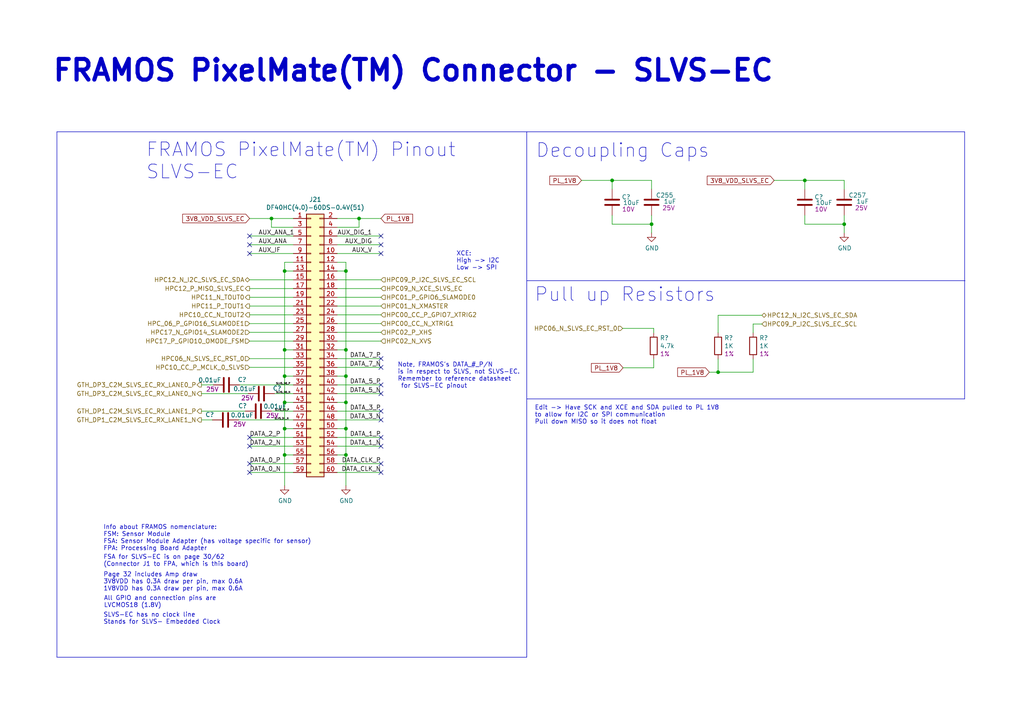
<source format=kicad_sch>
(kicad_sch (version 20230121) (generator eeschema)
  (paper "A4")
  (title_block (title "Top Sheet") (date "2023-12-21") (rev "1.00") (company "ApotheoTech LLC") (comment 1 "SCH: APT-KRIA-FMC") (comment 2 "Author: Chance Reimer"))
  (lib_symbols
    (symbol "Connector_Generic:Conn_02x30_Odd_Even" (pin_names (offset 1.016) hide)
      (property "Reference" "J" (at 1.27 38.1 0))
      (property "Value" "Conn_02x30_Odd_Even" (at 1.27 -40.64 0))
      (symbol "Conn_02x30_Odd_Even_1_1"
        (rectangle (start -1.27 -37.973) (end 0 -38.227) (stroke (width 0.1524)))
        (rectangle (start -1.27 -35.433) (end 0 -35.687) (stroke (width 0.1524)))
        (rectangle (start -1.27 -32.893) (end 0 -33.147) (stroke (width 0.1524)))
        (rectangle (start -1.27 -30.353) (end 0 -30.607) (stroke (width 0.1524)))
        (rectangle (start -1.27 -27.813) (end 0 -28.067) (stroke (width 0.1524)))
        (rectangle (start -1.27 -25.273) (end 0 -25.527) (stroke (width 0.1524)))
        (rectangle (start -1.27 -22.733) (end 0 -22.987) (stroke (width 0.1524)))
        (rectangle (start -1.27 -20.193) (end 0 -20.447) (stroke (width 0.1524)))
        (rectangle (start -1.27 -17.653) (end 0 -17.907) (stroke (width 0.1524)))
        (rectangle (start -1.27 -15.113) (end 0 -15.367) (stroke (width 0.1524)))
        (rectangle (start -1.27 -12.573) (end 0 -12.827) (stroke (width 0.1524)))
        (rectangle (start -1.27 -10.033) (end 0 -10.287) (stroke (width 0.1524)))
        (rectangle (start -1.27 -7.493) (end 0 -7.747) (stroke (width 0.1524)))
        (rectangle (start -1.27 -4.953) (end 0 -5.207) (stroke (width 0.1524)))
        (rectangle (start -1.27 -2.413) (end 0 -2.667) (stroke (width 0.1524)))
        (rectangle (start -1.27 0.127) (end 0 -0.127) (stroke (width 0.1524)))
        (rectangle (start -1.27 2.667) (end 0 2.413) (stroke (width 0.1524)))
        (rectangle (start -1.27 5.207) (end 0 4.953) (stroke (width 0.1524)))
        (rectangle (start -1.27 7.747) (end 0 7.493) (stroke (width 0.1524)))
        (rectangle (start -1.27 10.287) (end 0 10.033) (stroke (width 0.1524)))
        (rectangle (start -1.27 12.827) (end 0 12.573) (stroke (width 0.1524)))
        (rectangle (start -1.27 15.367) (end 0 15.113) (stroke (width 0.1524)))
        (rectangle (start -1.27 17.907) (end 0 17.653) (stroke (width 0.1524)))
        (rectangle (start -1.27 20.447) (end 0 20.193) (stroke (width 0.1524)))
        (rectangle (start -1.27 22.987) (end 0 22.733) (stroke (width 0.1524)))
        (rectangle (start -1.27 25.527) (end 0 25.273) (stroke (width 0.1524)))
        (rectangle (start -1.27 28.067) (end 0 27.813) (stroke (width 0.1524)))
        (rectangle (start -1.27 30.607) (end 0 30.353) (stroke (width 0.1524)))
        (rectangle (start -1.27 33.147) (end 0 32.893) (stroke (width 0.1524)))
        (rectangle (start -1.27 35.687) (end 0 35.433) (stroke (width 0.1524)))
        (rectangle (start -1.27 36.83) (end 3.81 -39.37) (stroke (width 0.254)) (fill (type background)))
        (rectangle (start 3.81 -37.973) (end 2.54 -38.227) (stroke (width 0.1524)))
        (rectangle (start 3.81 -35.433) (end 2.54 -35.687) (stroke (width 0.1524)))
        (rectangle (start 3.81 -32.893) (end 2.54 -33.147) (stroke (width 0.1524)))
        (rectangle (start 3.81 -30.353) (end 2.54 -30.607) (stroke (width 0.1524)))
        (rectangle (start 3.81 -27.813) (end 2.54 -28.067) (stroke (width 0.1524)))
        (rectangle (start 3.81 -25.273) (end 2.54 -25.527) (stroke (width 0.1524)))
        (rectangle (start 3.81 -22.733) (end 2.54 -22.987) (stroke (width 0.1524)))
        (rectangle (start 3.81 -20.193) (end 2.54 -20.447) (stroke (width 0.1524)))
        (rectangle (start 3.81 -17.653) (end 2.54 -17.907) (stroke (width 0.1524)))
        (rectangle (start 3.81 -15.113) (end 2.54 -15.367) (stroke (width 0.1524)))
        (rectangle (start 3.81 -12.573) (end 2.54 -12.827) (stroke (width 0.1524)))
        (rectangle (start 3.81 -10.033) (end 2.54 -10.287) (stroke (width 0.1524)))
        (rectangle (start 3.81 -7.493) (end 2.54 -7.747) (stroke (width 0.1524)))
        (rectangle (start 3.81 -4.953) (end 2.54 -5.207) (stroke (width 0.1524)))
        (rectangle (start 3.81 -2.413) (end 2.54 -2.667) (stroke (width 0.1524)))
        (rectangle (start 3.81 0.127) (end 2.54 -0.127) (stroke (width 0.1524)))
        (rectangle (start 3.81 2.667) (end 2.54 2.413) (stroke (width 0.1524)))
        (rectangle (start 3.81 5.207) (end 2.54 4.953) (stroke (width 0.1524)))
        (rectangle (start 3.81 7.747) (end 2.54 7.493) (stroke (width 0.1524)))
        (rectangle (start 3.81 10.287) (end 2.54 10.033) (stroke (width 0.1524)))
        (rectangle (start 3.81 12.827) (end 2.54 12.573) (stroke (width 0.1524)))
        (rectangle (start 3.81 15.367) (end 2.54 15.113) (stroke (width 0.1524)))
        (rectangle (start 3.81 17.907) (end 2.54 17.653) (stroke (width 0.1524)))
        (rectangle (start 3.81 20.447) (end 2.54 20.193) (stroke (width 0.1524)))
        (rectangle (start 3.81 22.987) (end 2.54 22.733) (stroke (width 0.1524)))
        (rectangle (start 3.81 25.527) (end 2.54 25.273) (stroke (width 0.1524)))
        (rectangle (start 3.81 28.067) (end 2.54 27.813) (stroke (width 0.1524)))
        (rectangle (start 3.81 30.607) (end 2.54 30.353) (stroke (width 0.1524)))
        (rectangle (start 3.81 33.147) (end 2.54 32.893) (stroke (width 0.1524)))
        (rectangle (start 3.81 35.687) (end 2.54 35.433) (stroke (width 0.1524)))
        (pin passive line (at -5.08 35.56 0) (length 3.81) (name "Pin_1") (number "1"))
        (pin passive line (at 7.62 25.4 180) (length 3.81) (name "Pin_10") (number "10"))
        (pin passive line (at -5.08 22.86 0) (length 3.81) (name "Pin_11") (number "11"))
        (pin passive line (at 7.62 22.86 180) (length 3.81) (name "Pin_12") (number "12"))
        (pin passive line (at -5.08 20.32 0) (length 3.81) (name "Pin_13") (number "13"))
        (pin passive line (at 7.62 20.32 180) (length 3.81) (name "Pin_14") (number "14"))
        (pin passive line (at -5.08 17.78 0) (length 3.81) (name "Pin_15") (number "15"))
        (pin passive line (at 7.62 17.78 180) (length 3.81) (name "Pin_16") (number "16"))
        (pin passive line (at -5.08 15.24 0) (length 3.81) (name "Pin_17") (number "17"))
        (pin passive line (at 7.62 15.24 180) (length 3.81) (name "Pin_18") (number "18"))
        (pin passive line (at -5.08 12.7 0) (length 3.81) (name "Pin_19") (number "19"))
        (pin passive line (at 7.62 35.56 180) (length 3.81) (name "Pin_2") (number "2"))
        (pin passive line (at 7.62 12.7 180) (length 3.81) (name "Pin_20") (number "20"))
        (pin passive line (at -5.08 10.16 0) (length 3.81) (name "Pin_21") (number "21"))
        (pin passive line (at 7.62 10.16 180) (length 3.81) (name "Pin_22") (number "22"))
        (pin passive line (at -5.08 7.62 0) (length 3.81) (name "Pin_23") (number "23"))
        (pin passive line (at 7.62 7.62 180) (length 3.81) (name "Pin_24") (number "24"))
        (pin passive line (at -5.08 5.08 0) (length 3.81) (name "Pin_25") (number "25"))
        (pin passive line (at 7.62 5.08 180) (length 3.81) (name "Pin_26") (number "26"))
        (pin passive line (at -5.08 2.54 0) (length 3.81) (name "Pin_27") (number "27"))
        (pin passive line (at 7.62 2.54 180) (length 3.81) (name "Pin_28") (number "28"))
        (pin passive line (at -5.08 0 0) (length 3.81) (name "Pin_29") (number "29"))
        (pin passive line (at -5.08 33.02 0) (length 3.81) (name "Pin_3") (number "3"))
        (pin passive line (at 7.62 0 180) (length 3.81) (name "Pin_30") (number "30"))
        (pin passive line (at -5.08 -2.54 0) (length 3.81) (name "Pin_31") (number "31"))
        (pin passive line (at 7.62 -2.54 180) (length 3.81) (name "Pin_32") (number "32"))
        (pin passive line (at -5.08 -5.08 0) (length 3.81) (name "Pin_33") (number "33"))
        (pin passive line (at 7.62 -5.08 180) (length 3.81) (name "Pin_34") (number "34"))
        (pin passive line (at -5.08 -7.62 0) (length 3.81) (name "Pin_35") (number "35"))
        (pin passive line (at 7.62 -7.62 180) (length 3.81) (name "Pin_36") (number "36"))
        (pin passive line (at -5.08 -10.16 0) (length 3.81) (name "Pin_37") (number "37"))
        (pin passive line (at 7.62 -10.16 180) (length 3.81) (name "Pin_38") (number "38"))
        (pin passive line (at -5.08 -12.7 0) (length 3.81) (name "Pin_39") (number "39"))
        (pin passive line (at 7.62 33.02 180) (length 3.81) (name "Pin_4") (number "4"))
        (pin passive line (at 7.62 -12.7 180) (length 3.81) (name "Pin_40") (number "40"))
        (pin passive line (at -5.08 -15.24 0) (length 3.81) (name "Pin_41") (number "41"))
        (pin passive line (at 7.62 -15.24 180) (length 3.81) (name "Pin_42") (number "42"))
        (pin passive line (at -5.08 -17.78 0) (length 3.81) (name "Pin_43") (number "43"))
        (pin passive line (at 7.62 -17.78 180) (length 3.81) (name "Pin_44") (number "44"))
        (pin passive line (at -5.08 -20.32 0) (length 3.81) (name "Pin_45") (number "45"))
        (pin passive line (at 7.62 -20.32 180) (length 3.81) (name "Pin_46") (number "46"))
        (pin passive line (at -5.08 -22.86 0) (length 3.81) (name "Pin_47") (number "47"))
        (pin passive line (at 7.62 -22.86 180) (length 3.81) (name "Pin_48") (number "48"))
        (pin passive line (at -5.08 -25.4 0) (length 3.81) (name "Pin_49") (number "49"))
        (pin passive line (at -5.08 30.48 0) (length 3.81) (name "Pin_5") (number "5"))
        (pin passive line (at 7.62 -25.4 180) (length 3.81) (name "Pin_50") (number "50"))
        (pin passive line (at -5.08 -27.94 0) (length 3.81) (name "Pin_51") (number "51"))
        (pin passive line (at 7.62 -27.94 180) (length 3.81) (name "Pin_52") (number "52"))
        (pin passive line (at -5.08 -30.48 0) (length 3.81) (name "Pin_53") (number "53"))
        (pin passive line (at 7.62 -30.48 180) (length 3.81) (name "Pin_54") (number "54"))
        (pin passive line (at -5.08 -33.02 0) (length 3.81) (name "Pin_55") (number "55"))
        (pin passive line (at 7.62 -33.02 180) (length 3.81) (name "Pin_56") (number "56"))
        (pin passive line (at -5.08 -35.56 0) (length 3.81) (name "Pin_57") (number "57"))
        (pin passive line (at 7.62 -35.56 180) (length 3.81) (name "Pin_58") (number "58"))
        (pin passive line (at -5.08 -38.1 0) (length 3.81) (name "Pin_59") (number "59"))
        (pin passive line (at 7.62 30.48 180) (length 3.81) (name "Pin_6") (number "6"))
        (pin passive line (at 7.62 -38.1 180) (length 3.81) (name "Pin_60") (number "60"))
        (pin passive line (at -5.08 27.94 0) (length 3.81) (name "Pin_7") (number "7"))
        (pin passive line (at 7.62 27.94 180) (length 3.81) (name "Pin_8") (number "8"))
        (pin passive line (at -5.08 25.4 0) (length 3.81) (name "Pin_9") (number "9"))
      )
    )
    (symbol "Device:C" (pin_numbers hide) (pin_names (offset 0.254))
      (property "Reference" "C" (at 0.635 2.54 0))
      (property "Value" "C" (at 0.635 -2.54 0))
      (symbol "C_0_1"
        (polyline (pts (xy -2.032 -0.762) (xy 2.032 -0.762)) (stroke (width 0.508)))
        (polyline (pts (xy -2.032 0.762) (xy 2.032 0.762)) (stroke (width 0.508)))
      )
      (symbol "C_1_1"
        (pin passive line (at 0 3.81 270) (length 2.794) (name "~") (number "1"))
        (pin passive line (at 0 -3.81 90) (length 2.794) (name "~") (number "2"))
      )
    )
    (symbol "Device:R" (pin_numbers hide) (pin_names (offset 0))
      (property "Reference" "R" (at 2.032 0 90))
      (property "Value" "R" (at 0 0 90))
      (symbol "R_0_1"
        (rectangle (start -1.016 -2.54) (end 1.016 2.54) (stroke (width 0.254)))
      )
      (symbol "R_1_1"
        (pin passive line (at 0 3.81 270) (length 1.27) (name "~") (number "1"))
        (pin passive line (at 0 -3.81 90) (length 1.27) (name "~") (number "2"))
      )
    )
    (symbol "power:GND" (power) (pin_names (offset 0))
      (property "Value" "GND" (at 0 -3.81 0))
      (symbol "GND_0_1"
        (polyline (pts (xy 0 0) (xy 0 -1.27) (xy 1.27 -1.27) (xy 0 -2.54) (xy -1.27 -1.27) (xy 0 -1.27)))
      )
      (symbol "GND_1_1"
        (pin power_in line (at 0 0 270) (length 0) hide (name "GND") (number "1"))
      )
    )
  )
  (junction (at 82.55 124.333))
  (junction (at 188.976 65.024))
  (junction (at 104.14 63.373))
  (junction (at 82.55 101.473))
  (junction (at 208.28 107.95))
  (junction (at 82.55 109.093))
  (junction (at 244.856 65.024))
  (junction (at 100.33 131.953))
  (junction (at 78.74 63.373))
  (junction (at 100.33 101.473))
  (junction (at 233.426 52.324))
  (junction (at 82.55 131.953))
  (junction (at 100.33 78.613))
  (junction (at 100.33 116.713))
  (junction (at 100.33 109.093))
  (junction (at 82.55 78.613))
  (junction (at 100.33 124.333))
  (junction (at 177.546 52.324))
  (junction (at 82.55 116.713))
  (no_connect (at 110.49 70.993))
  (no_connect (at 110.49 73.533))
  (no_connect (at 110.49 114.173))
  (no_connect (at 72.39 137.033))
  (no_connect (at 72.39 73.533))
  (no_connect (at 110.49 106.553))
  (no_connect (at 110.49 126.873))
  (no_connect (at 110.49 137.033))
  (no_connect (at 110.49 129.413))
  (no_connect (at 110.49 121.793))
  (no_connect (at 110.49 104.013))
  (no_connect (at 72.39 68.453))
  (no_connect (at 110.49 111.633))
  (no_connect (at 72.39 126.873))
  (no_connect (at 110.49 68.453))
  (no_connect (at 110.49 134.493))
  (no_connect (at 110.49 119.253))
  (no_connect (at 72.39 134.493))
  (no_connect (at 72.39 129.413))
  (no_connect (at 72.39 70.993))
  (wire (pts (xy 85.09 121.793) (xy 69.215 121.793)))
  (wire (pts (xy 110.49 70.993) (xy 97.79 70.993)))
  (wire (pts (xy 97.79 131.953) (xy 100.33 131.953)))
  (wire (pts (xy 208.28 104.14) (xy 208.28 107.95)))
  (wire (pts (xy 177.546 65.024) (xy 188.976 65.024)))
  (wire (pts (xy 61.849 111.633) (xy 58.42 111.633)))
  (wire (pts (xy 208.28 107.95) (xy 205.74 107.95)))
  (wire (pts (xy 244.856 65.024) (xy 244.856 67.564)))
  (wire (pts (xy 188.976 65.024) (xy 188.976 67.564)))
  (wire (pts (xy 85.09 96.393) (xy 72.39 96.393)))
  (wire (pts (xy 100.33 116.713) (xy 100.33 109.093)))
  (polyline (pts (xy 16.51 190.627) (xy 16.51 38.227)))
  (wire (pts (xy 100.33 131.953) (xy 100.33 140.843)))
  (wire (pts (xy 244.856 65.024) (xy 244.856 62.484)))
  (wire (pts (xy 110.49 134.493) (xy 97.79 134.493)))
  (wire (pts (xy 244.856 54.864) (xy 244.856 52.324)))
  (wire (pts (xy 104.14 63.373) (xy 110.49 63.373)))
  (wire (pts (xy 82.55 101.473) (xy 85.09 101.473)))
  (polyline (pts (xy 152.908 81.407) (xy 279.908 81.407)))
  (wire (pts (xy 85.09 93.853) (xy 72.39 93.853)))
  (wire (pts (xy 104.14 63.373) (xy 104.14 65.913)))
  (wire (pts (xy 100.33 109.093) (xy 100.33 101.473)))
  (wire (pts (xy 220.98 93.98) (xy 218.44 93.98)))
  (wire (pts (xy 104.14 65.913) (xy 97.79 65.913)))
  (wire (pts (xy 82.55 109.093) (xy 85.09 109.093)))
  (wire (pts (xy 78.74 63.373) (xy 78.74 65.913)))
  (wire (pts (xy 100.33 124.333) (xy 97.79 124.333)))
  (wire (pts (xy 85.09 68.453) (xy 72.39 68.453)))
  (wire (pts (xy 110.49 126.873) (xy 97.79 126.873)))
  (wire (pts (xy 72.009 114.173) (xy 58.42 114.173)))
  (wire (pts (xy 110.49 81.153) (xy 97.79 81.153)))
  (wire (pts (xy 208.28 91.44) (xy 208.28 96.52)))
  (wire (pts (xy 188.976 65.024) (xy 188.976 62.484)))
  (wire (pts (xy 233.426 62.484) (xy 233.426 65.024)))
  (wire (pts (xy 78.74 119.253) (xy 85.09 119.253)))
  (wire (pts (xy 97.79 63.373) (xy 104.14 63.373)))
  (wire (pts (xy 110.49 119.253) (xy 97.79 119.253)))
  (wire (pts (xy 78.74 65.913) (xy 85.09 65.913)))
  (wire (pts (xy 110.49 88.773) (xy 97.79 88.773)))
  (wire (pts (xy 85.09 81.153) (xy 72.39 81.153)))
  (wire (pts (xy 71.12 119.253) (xy 58.42 119.253)))
  (wire (pts (xy 82.55 109.093) (xy 82.55 116.713)))
  (wire (pts (xy 72.39 137.033) (xy 85.09 137.033)))
  (wire (pts (xy 78.74 63.373) (xy 72.39 63.373)))
  (wire (pts (xy 100.33 109.093) (xy 97.79 109.093)))
  (wire (pts (xy 180.721 106.68) (xy 189.611 106.68)))
  (wire (pts (xy 82.55 131.953) (xy 85.09 131.953)))
  (wire (pts (xy 85.09 63.373) (xy 78.74 63.373)))
  (wire (pts (xy 72.39 134.493) (xy 85.09 134.493)))
  (wire (pts (xy 189.611 104.14) (xy 189.611 106.68)))
  (wire (pts (xy 85.09 104.013) (xy 72.39 104.013)))
  (polyline (pts (xy 16.51 38.227) (xy 279.781 38.227)))
  (wire (pts (xy 189.611 96.52) (xy 189.611 95.25)))
  (wire (pts (xy 208.28 107.95) (xy 218.44 107.95)))
  (wire (pts (xy 110.49 96.393) (xy 97.79 96.393)))
  (wire (pts (xy 100.33 124.333) (xy 100.33 116.713)))
  (wire (pts (xy 100.33 76.073) (xy 97.79 76.073)))
  (wire (pts (xy 110.49 114.173) (xy 97.79 114.173)))
  (wire (pts (xy 82.55 76.073) (xy 82.55 78.613)))
  (wire (pts (xy 85.09 86.233) (xy 72.39 86.233)))
  (polyline (pts (xy 279.781 38.227) (xy 279.781 115.697)))
  (wire (pts (xy 110.49 104.013) (xy 97.79 104.013)))
  (wire (pts (xy 110.49 73.533) (xy 97.79 73.533)))
  (wire (pts (xy 110.49 137.033) (xy 97.79 137.033)))
  (wire (pts (xy 110.49 129.413) (xy 97.79 129.413)))
  (wire (pts (xy 82.55 78.613) (xy 85.09 78.613)))
  (wire (pts (xy 177.546 52.324) (xy 177.546 54.864)))
  (polyline (pts (xy 152.781 38.227) (xy 152.781 190.627)))
  (wire (pts (xy 82.55 78.613) (xy 82.55 101.473)))
  (wire (pts (xy 85.09 111.633) (xy 69.469 111.633)))
  (wire (pts (xy 85.09 73.533) (xy 72.39 73.533)))
  (wire (pts (xy 100.33 78.613) (xy 100.33 76.073)))
  (wire (pts (xy 82.55 116.713) (xy 82.55 124.333)))
  (wire (pts (xy 85.09 91.313) (xy 72.39 91.313)))
  (wire (pts (xy 233.426 52.324) (xy 224.536 52.324)))
  (wire (pts (xy 85.09 70.993) (xy 72.39 70.993)))
  (wire (pts (xy 85.09 76.073) (xy 82.55 76.073)))
  (wire (pts (xy 100.33 101.473) (xy 100.33 78.613)))
  (wire (pts (xy 218.44 93.98) (xy 218.44 96.52)))
  (wire (pts (xy 110.49 68.453) (xy 97.79 68.453)))
  (wire (pts (xy 244.856 52.324) (xy 233.426 52.324)))
  (wire (pts (xy 233.426 65.024) (xy 244.856 65.024)))
  (wire (pts (xy 188.976 54.864) (xy 188.976 52.324)))
  (wire (pts (xy 85.09 114.173) (xy 79.629 114.173)))
  (wire (pts (xy 100.33 116.713) (xy 97.79 116.713)))
  (wire (pts (xy 188.976 52.324) (xy 177.546 52.324)))
  (wire (pts (xy 110.49 98.933) (xy 97.79 98.933)))
  (wire (pts (xy 82.55 116.713) (xy 85.09 116.713)))
  (wire (pts (xy 100.33 124.333) (xy 100.33 131.953)))
  (wire (pts (xy 82.55 124.333) (xy 85.09 124.333)))
  (polyline (pts (xy 16.51 190.627) (xy 152.781 190.627)))
  (wire (pts (xy 82.55 131.953) (xy 82.55 140.843)))
  (wire (pts (xy 110.49 91.313) (xy 97.79 91.313)))
  (wire (pts (xy 110.49 106.553) (xy 97.79 106.553)))
  (wire (pts (xy 177.546 52.324) (xy 168.656 52.324)))
  (wire (pts (xy 110.49 111.633) (xy 97.79 111.633)))
  (wire (pts (xy 85.09 88.773) (xy 72.39 88.773)))
  (wire (pts (xy 82.55 124.333) (xy 82.55 131.953)))
  (wire (pts (xy 72.39 126.873) (xy 85.09 126.873)))
  (wire (pts (xy 110.49 83.693) (xy 97.79 83.693)))
  (wire (pts (xy 180.594 95.25) (xy 189.611 95.25)))
  (wire (pts (xy 100.33 78.613) (xy 97.79 78.613)))
  (wire (pts (xy 110.49 121.793) (xy 97.79 121.793)))
  (wire (pts (xy 85.09 83.693) (xy 72.39 83.693)))
  (wire (pts (xy 72.39 129.413) (xy 85.09 129.413)))
  (wire (pts (xy 110.49 93.853) (xy 97.79 93.853)))
  (wire (pts (xy 85.09 106.553) (xy 72.39 106.553)))
  (wire (pts (xy 218.44 107.95) (xy 218.44 104.14)))
  (wire (pts (xy 110.49 86.233) (xy 97.79 86.233)))
  (wire (pts (xy 233.426 52.324) (xy 233.426 54.864)))
  (wire (pts (xy 61.595 121.793) (xy 58.42 121.793)))
  (wire (pts (xy 220.98 91.44) (xy 208.28 91.44)))
  (wire (pts (xy 100.33 101.473) (xy 97.79 101.473)))
  (polyline (pts (xy 279.781 115.697) (xy 152.781 115.697)))
  (wire (pts (xy 85.09 98.933) (xy 72.39 98.933)))
  (wire (pts (xy 177.546 62.484) (xy 177.546 65.024)))
  (wire (pts (xy 82.55 101.473) (xy 82.55 109.093)))
  (text "FRAMOS PixelMate(TM) Pinout\nSLVS-EC" (at 42.291 52.324 0) (effects (font (size 3.9878 3.9878)) (justify left bottom)))
  (text "Note, FRAMOS's DATA_#_P/N \nis in respect to SLVS, not SLVS-EC.\nRemember to reference datasheet\n for SLVS-EC pinout" (at 115.316 112.776 0) (effects (font (size 1.27 1.27)) (justify left bottom)))
  (text "Decoupling Caps" (at 155.321 46.101 0) (effects (font (size 3.9878 3.9878)) (justify left bottom)))
  (text "Info about FRAMOS nomenclature:\nFSM: Sensor Module\nFSA: Sensor Module Adapter (has voltage specific for sensor)\nFPA: Processing Board Adapter" (at 29.972 159.893 0) (effects (font (size 1.27 1.27)) (justify left bottom)))
  (text "XCE:\nHigh -> I2C\nLow -> SPI" (at 132.334 78.486 0) (effects (font (size 1.27 1.27)) (justify left bottom)))
  (text "All GPIO and connection pins are\nLVCMOS18 (1.8V)" (at 30.099 176.403 0) (effects (font (size 1.27 1.27)) (justify left bottom)))
  (text "SLVS-EC has no clock line\nStands for SLVS- Embedded Clock" (at 29.972 181.229 0) (effects (font (size 1.27 1.27)) (justify left bottom)))
  (text "Page 32 includes Amp draw\n3V8VDD has 0.3A draw per pin, max 0.6A\n1V8VDD has 0.3A draw per pin, max 0.6A" (at 29.972 171.577 0) (effects (font (size 1.27 1.27)) (justify left bottom)))
  (text "Edit -> Have SCK and XCE and SDA pulled to PL 1V8\nto allow for I2C or SPI communication\nPull down MISO so it does not float" (at 155.067 123.19 0) (effects (font (size 1.27 1.27)) (justify left bottom)))
  (text "FSA for SLVS-EC is on page 30/62\n(Connector J1 to FPA, which is this board)" (at 29.972 164.465 0) (effects (font (size 1.27 1.27)) (justify left bottom)))
  (text "Pull up Resistors" (at 154.94 87.884 0) (effects (font (size 3.9878 3.9878)) (justify left bottom)))
  (text "FRAMOS PixelMate(TM) Connector - SLVS-EC" (at 14.859 24.13 0) (effects (font (size 5.9944 5.9944) (thickness 1.1989) bold) (justify left bottom)))
  (label "DATA_1_N" (at 110.49 129.413 180))
  (label "DATA_0_P" (at 72.39 134.493 0))
  (label "SLVS_D1_N" (at 83.82 121.793 180) (effects (font (size 0.508 0.508))))
  (label "DATA_3_P" (at 110.49 119.253 180))
  (label "DATA_2_P" (at 72.39 126.873 0))
  (label "DATA_7_N" (at 110.49 106.553 180))
  (label "DATA_5_N" (at 110.49 114.173 180))
  (label "AUX_IF" (at 74.93 73.533 0))
  (label "AUX_ANA_1" (at 74.93 68.453 0))
  (label "DATA_7_P" (at 110.49 104.013 180))
  (label "AUX_ANA" (at 74.93 70.993 0))
  (label "SLVS_D1_P" (at 83.947 119.253 180) (effects (font (size 0.508 0.508))))
  (label "DATA_0_N" (at 72.39 137.033 0))
  (label "SLVS_D0_P" (at 80.01 111.633 0) (effects (font (size 0.508 0.508))))
  (label "DATA_CLK_P" (at 110.49 134.493 180))
  (label "AUX_V" (at 107.95 73.533 180))
  (label "AUX_DIG" (at 107.95 70.993 180))
  (label "SLVS_D0_N" (at 80.01 114.173 0) (effects (font (size 0.508 0.508))))
  (label "DATA_3_N" (at 110.49 121.793 180))
  (label "DATA_2_N" (at 72.39 129.413 0))
  (label "DATA_CLK_N" (at 110.49 137.033 180))
  (label "DATA_5_P" (at 110.49 111.633 180))
  (label "AUX_DIG_1" (at 107.95 68.453 180))
  (label "DATA_1_P" (at 110.49 126.873 180))
  (global_label "PL_1V8" (shape input) (at 205.74 107.95 180) (property "Intersheetrefs" "${INTERSHEET_REFS}" (effects hide)))
  (global_label "3V8_VDD_SLVS_EC" (shape input) (at 224.536 52.324 180) (property "Intersheetrefs" "${INTERSHEET_REFS}" (effects hide)))
  (global_label "PL_1V8" (shape input) (at 110.49 63.373 0) (property "Intersheetrefs" "${INTERSHEET_REFS}" (effects hide)))
  (global_label "PL_1V8" (shape input) (at 168.656 52.324 180) (property "Intersheetrefs" "${INTERSHEET_REFS}" (effects hide)))
  (global_label "PL_1V8" (shape input) (at 180.721 106.68 180) (property "Intersheetrefs" "${INTERSHEET_REFS}" (effects hide)))
  (global_label "3V8_VDD_SLVS_EC" (shape input) (at 72.39 63.373 180) (property "Intersheetrefs" "${INTERSHEET_REFS}" (effects hide)))
  (hierarchical_label "GTH_DP1_C2M_SLVS_EC_RX_LANE1_P" (shape output) (at 58.42 119.253 180))
  (hierarchical_label "HPC12_P_MISO_SLVS_EC" (shape output) (at 72.39 83.693 180))
  (hierarchical_label "GTH_DP1_C2M_SLVS_EC_RX_LANE1_N" (shape output) (at 58.42 121.793 180))
  (hierarchical_label "HPC01_N_XMASTER" (shape input) (at 110.49 88.773 0))
  (hierarchical_label "HPC00_CC_P_GPIO7_XTRIG2" (shape input) (at 110.49 91.313 0))
  (hierarchical_label "HPC09_P_I2C_SLVS_EC_SCL" (shape input) (at 110.49 81.153 0))
  (hierarchical_label "HPC12_N_I2C_SLVS_EC_SDA" (shape bidirectional) (at 220.98 91.44 0))
  (hierarchical_label "HPC11_P_TOUT1" (shape output) (at 72.39 88.773 180))
  (hierarchical_label "GTH_DP3_C2M_SLVS_EC_RX_LANE0_P" (shape output) (at 58.42 111.633 180))
  (hierarchical_label "HPC09_P_I2C_SLVS_EC_SCL" (shape input) (at 220.98 93.98 0))
  (hierarchical_label "HPC17_P_GPIO10_OMODE_FSM" (shape input) (at 72.39 98.933 180))
  (hierarchical_label "HPC09_N_XCE_SLVS_EC" (shape input) (at 110.49 83.693 0))
  (hierarchical_label "HPC01_P_GPIO6_SLAMODE0" (shape input) (at 110.49 86.233 0))
  (hierarchical_label "HPC06_N_SLVS_EC_RST_0" (shape input) (at 72.39 104.013 180))
  (hierarchical_label "HPC00_CC_N_XTRIG1" (shape input) (at 110.49 93.853 0))
  (hierarchical_label "HPC10_CC_N_TOUT2" (shape output) (at 72.39 91.313 180))
  (hierarchical_label "HPC17_N_GPIO14_SLAMODE2" (shape input) (at 72.39 96.393 180))
  (hierarchical_label "HPC02_P_XHS" (shape input) (at 110.49 96.393 0))
  (hierarchical_label "HPC02_N_XVS" (shape input) (at 110.49 98.933 0))
  (hierarchical_label "HPC10_CC_P_MCLK_0_SLVS" (shape input) (at 72.39 106.553 180))
  (hierarchical_label "HPC12_N_I2C_SLVS_EC_SDA" (shape bidirectional) (at 72.39 81.153 180))
  (hierarchical_label "GTH_DP3_C2M_SLVS_EC_RX_LANE0_N" (shape output) (at 58.42 114.173 180))
  (hierarchical_label "HPC11_N_TOUT0" (shape output) (at 72.39 86.233 180))
  (hierarchical_label "HPC_06_P_GPIO16_SLAMODE1" (shape input) (at 72.39 93.853 180))
  (hierarchical_label "HPC06_N_SLVS_EC_RST_0" (shape input) (at 180.594 95.25 180))
  (symbol (lib_id "Connector_Generic:Conn_02x30_Odd_Even") (at 90.17 98.933 0) (unit 1)
    (property "Reference" "J21" (at 91.44 57.8612 0))
    (property "Value" "DF40HC(4.0)-60DS-0.4V(51)" (at 91.44 60.1726 0))
    (property "Footprint" "ApotheoTech_CXP_Lib:DF40HC4060DS04V51" (effects hide))
  )
  (symbol (lib_id "power:GND") (at 82.55 140.843 0) (unit 1)
    (property "Reference" "#PWR0305" (effects hide))
    (property "Value" "GND" (at 82.677 145.2372 0))
  )
  (symbol (lib_id "power:GND") (at 100.33 140.843 0) (unit 1)
    (property "Reference" "#PWR0306" (effects hide))
    (property "Value" "GND" (at 100.457 145.2372 0))
  )
  (symbol (lib_id "Device:C") (at 177.546 58.674 180) (unit 1)
    (property "Reference" "C?" (at 181.61 57.15 0))
    (property "Value" "10uF" (at 183.134 58.801 0))
    (property "Footprint" "Capacitor_SMD:C_0402_1005Metric" (effects hide))
    (property "PartNumber" "CL05A106MP5NUNC" (effects hide))
    (property "Tolerance" "+-20%" (effects hide))
    (property "Voltage" "10V" (at 182.245 60.706 0))
    (property "Temp_Val" "X5R" (effects hide))
    (property "URL" "https://www.mouser.com/ProductDetail/Samsung-Electro-Mechanics/CL05A106MP5NUNC?qs=X6jEic%2FHinA5hRYAnV6SHQ%3D%3D" (effects hide))
    (instances (project "APT-KRIA-FMC" (path "" (reference "C?") (unit 1)) (path "" (reference "C254") (unit 1)) (path "" (reference "C?") (unit 1)) (path "" (reference "C?") (unit 1))))
  )
  (symbol (lib_id "power:GND") (at 188.976 67.564 0) (unit 1)
    (property "Reference" "#PWR0307" (effects hide))
    (property "Value" "GND" (at 189.103 71.9582 0))
  )
  (symbol (lib_id "Device:C") (at 233.426 58.674 180) (unit 1)
    (property "Reference" "C?" (at 237.49 57.15 0))
    (property "Value" "10uF" (at 239.014 58.801 0))
    (property "Footprint" "Capacitor_SMD:C_0402_1005Metric" (effects hide))
    (property "PartNumber" "CL05A106MP5NUNC" (effects hide))
    (property "Tolerance" "+-20%" (effects hide))
    (property "Voltage" "10V" (at 238.125 60.706 0))
    (property "Temp_Val" "X5R" (effects hide))
    (property "URL" "https://www.mouser.com/ProductDetail/Samsung-Electro-Mechanics/CL05A106MP5NUNC?qs=X6jEic%2FHinA5hRYAnV6SHQ%3D%3D" (effects hide))
    (instances (project "APT-KRIA-FMC" (path "" (reference "C?") (unit 1)) (path "" (reference "C256") (unit 1)) (path "" (reference "C?") (unit 1)) (path "" (reference "C?") (unit 1))))
  )
  (symbol (lib_id "Device:C") (at 244.856 58.674 180) (unit 1)
    (property "Reference" "C257" (at 248.666 56.642 0))
    (property "Value" "1uF" (at 250.19 58.42 0))
    (property "Footprint" "Capacitor_SMD:C_0402_1005Metric" (effects hide))
    (property "PartNumber" "C1005X5R1E105K050BE" (effects hide))
    (property "Tolerance" "+-10%" (effects hide))
    (property "Voltage" "25V" (at 249.809 60.325 0))
    (property "Temp_Val" "X5R" (effects hide))
    (property "URL" "https://www.digikey.com/en/products/detail/tdk-corporation/C1005X5R1E105K050BE/7907739" (effects hide))
    (instances (project "APT-KRIA-FMC" (path "" (reference "C257") (unit 1)) (path "" (reference "C?") (unit 1))))
  )
  (symbol (lib_id "power:GND") (at 244.856 67.564 0) (unit 1)
    (property "Reference" "#PWR0308" (effects hide))
    (property "Value" "GND" (at 244.983 71.9582 0))
  )
  (symbol (lib_id "Device:C") (at 74.93 119.253 270) (unit 1)
    (property "Reference" "C?" (at 70.358 117.729 90))
    (property "Value" "0.01uF" (at 79.756 117.856 90))
    (property "Footprint" "Capacitor_SMD:C_0402_1005Metric" (effects hide))
    (property "PartNumber" "04023D103KAT2A" (effects hide))
    (property "Tolerance" "+-10%" (effects hide))
    (property "Voltage" "25V" (at 78.994 120.523 90))
    (property "Temp_Val" "X5R" (effects hide))
    (instances (project "APT-KRIA-FMC" (path "" (reference "C?") (unit 1)) (path "" (reference "C260") (unit 1)) (path "" (reference "C?") (unit 1)) (path "" (reference "C?") (unit 1))))
  )
  (symbol (lib_id "Device:C") (at 65.405 121.793 270) (unit 1)
    (property "Reference" "C?" (at 60.833 120.269 90))
    (property "Value" "0.01uF" (at 70.231 120.396 90))
    (property "Footprint" "Capacitor_SMD:C_0402_1005Metric" (effects hide))
    (property "PartNumber" "04023D103KAT2A" (effects hide))
    (property "Tolerance" "+-10%" (effects hide))
    (property "Voltage" "25V" (at 69.469 123.063 90))
    (property "Temp_Val" "X5R" (effects hide))
    (instances (project "APT-KRIA-FMC" (path "" (reference "C?") (unit 1)) (path "" (reference "C259") (unit 1)) (path "" (reference "C?") (unit 1)) (path "" (reference "C?") (unit 1))))
  )
  (symbol (lib_id "Device:C") (at 75.819 114.173 90) (mirror x) (unit 1)
    (property "Reference" "C?" (at 80.391 112.649 90))
    (property "Value" "0.01uF" (at 70.993 112.776 90))
    (property "Footprint" "Capacitor_SMD:C_0402_1005Metric" (effects hide))
    (property "PartNumber" "04023D103KAT2A" (effects hide))
    (property "Tolerance" "+-10%" (effects hide))
    (property "Voltage" "25V" (at 71.755 115.443 90))
    (property "Temp_Val" "X5R" (effects hide))
    (instances (project "APT-KRIA-FMC" (path "" (reference "C?") (unit 1)) (path "" (reference "C261") (unit 1)) (path "" (reference "C?") (unit 1)) (path "" (reference "C?") (unit 1))))
  )
  (symbol (lib_id "Device:C") (at 65.659 111.633 90) (mirror x) (unit 1)
    (property "Reference" "C?" (at 70.231 110.109 90))
    (property "Value" "0.01uF" (at 60.833 110.236 90))
    (property "Footprint" "Capacitor_SMD:C_0402_1005Metric" (effects hide))
    (property "PartNumber" "04023D103KAT2A" (effects hide))
    (property "Tolerance" "+-10%" (effects hide))
    (property "Voltage" "25V" (at 61.595 112.903 90))
    (property "Temp_Val" "X5R" (effects hide))
    (instances (project "APT-KRIA-FMC" (path "" (reference "C?") (unit 1)) (path "" (reference "C262") (unit 1)) (path "" (reference "C?") (unit 1)) (path "" (reference "C?") (unit 1))))
  )
  (symbol (lib_id "Device:R") (at 208.28 100.33 0) (unit 1)
    (property "Reference" "R?" (at 210.058 98.0186 0) (effects (justify left)))
    (property "Value" "1K" (at 210.058 100.33 0) (effects (justify left)))
    (property "Footprint" "Resistor_SMD:R_0402_1005Metric" (effects hide))
    (property "Tolerance" "1%" (at 210.058 102.6414 0) (effects (justify left)))
    (property "Power" "1/10W" (effects hide))
    (property "PartNumber" "ERJ-2RKF1001X‎ " (effects hide))
    (property "URL" "https://www.digikey.com/en/products/detail/ERJ-2RKF1001X/P1.00KLCT-ND/97341?itemSeq=374394520" (effects hide))
    (instances (project "APT-KRIA-FMC" (path "" (reference "R?") (unit 1)) (path "" (reference "R45") (unit 1))))
  )
  (symbol (lib_id "Device:R") (at 218.44 100.33 0) (unit 1)
    (property "Reference" "R?" (at 220.218 98.0186 0) (effects (justify left)))
    (property "Value" "1K" (at 220.218 100.33 0) (effects (justify left)))
    (property "Footprint" "Resistor_SMD:R_0402_1005Metric" (effects hide))
    (property "Tolerance" "1%" (at 220.218 102.6414 0) (effects (justify left)))
    (property "Power" "1/10W" (effects hide))
    (property "PartNumber" "ERJ-2RKF1001X‎ " (effects hide))
    (property "URL" "https://www.digikey.com/en/products/detail/ERJ-2RKF1001X/P1.00KLCT-ND/97341?itemSeq=374394520" (effects hide))
    (instances (project "APT-KRIA-FMC" (path "" (reference "R?") (unit 1)) (path "" (reference "R46") (unit 1))))
  )
  (symbol (lib_id "Device:C") (at 188.976 58.674 180) (unit 1)
    (property "Reference" "C255" (at 192.786 56.642 0))
    (property "Value" "1uF" (at 194.31 58.42 0))
    (property "Footprint" "Capacitor_SMD:C_0402_1005Metric" (effects hide))
    (property "PartNumber" "C1005X5R1E105K050BE" (effects hide))
    (property "Tolerance" "+-10%" (effects hide))
    (property "Voltage" "25V" (at 193.929 60.325 0))
    (property "Temp_Val" "X5R" (effects hide))
    (property "URL" "https://www.digikey.com/en/products/detail/tdk-corporation/C1005X5R1E105K050BE/7907739" (effects hide))
    (instances (project "APT-KRIA-FMC" (path "" (reference "C255") (unit 1)) (path "" (reference "C?") (unit 1))))
  )
  (symbol (lib_id "Device:R") (at 189.611 100.33 0) (unit 1)
    (property "Reference" "R?" (at 191.389 98.0186 0) (effects (justify left)))
    (property "Value" "4.7k" (at 191.389 100.33 0) (effects (justify left)))
    (property "Footprint" "Resistor_SMD:R_0402_1005Metric" (effects hide))
    (property "Tolerance" "1%" (at 191.389 102.6414 0) (effects (justify left)))
    (property "Power" "1/10W" (effects hide))
    (property "PartNumber" "CRCW04024K70FKED" (effects hide))
    (instances (project "APT-KRIA-FMC" (path "" (reference "R?") (unit 1)) (path "" (reference "R217") (unit 1))))
  )
)
</source>
